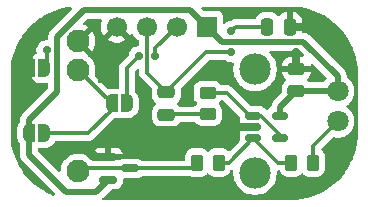
<source format=gbr>
%TF.GenerationSoftware,KiCad,Pcbnew,9.0.3*%
%TF.CreationDate,2025-07-12T05:08:50-07:00*%
%TF.ProjectId,biased-CV-input,62696173-6564-42d4-9356-2d696e707574,rev?*%
%TF.SameCoordinates,Original*%
%TF.FileFunction,Copper,L1,Top*%
%TF.FilePolarity,Positive*%
%FSLAX46Y46*%
G04 Gerber Fmt 4.6, Leading zero omitted, Abs format (unit mm)*
G04 Created by KiCad (PCBNEW 9.0.3) date 2025-07-12 05:08:50*
%MOMM*%
%LPD*%
G01*
G04 APERTURE LIST*
G04 Aperture macros list*
%AMRoundRect*
0 Rectangle with rounded corners*
0 $1 Rounding radius*
0 $2 $3 $4 $5 $6 $7 $8 $9 X,Y pos of 4 corners*
0 Add a 4 corners polygon primitive as box body*
4,1,4,$2,$3,$4,$5,$6,$7,$8,$9,$2,$3,0*
0 Add four circle primitives for the rounded corners*
1,1,$1+$1,$2,$3*
1,1,$1+$1,$4,$5*
1,1,$1+$1,$6,$7*
1,1,$1+$1,$8,$9*
0 Add four rect primitives between the rounded corners*
20,1,$1+$1,$2,$3,$4,$5,0*
20,1,$1+$1,$4,$5,$6,$7,0*
20,1,$1+$1,$6,$7,$8,$9,0*
20,1,$1+$1,$8,$9,$2,$3,0*%
%AMFreePoly0*
4,1,23,0.500000,-0.750000,0.000000,-0.750000,0.000000,-0.745722,-0.065263,-0.745722,-0.191342,-0.711940,-0.304381,-0.646677,-0.396677,-0.554381,-0.461940,-0.441342,-0.495722,-0.315263,-0.495722,-0.250000,-0.500000,-0.250000,-0.500000,0.250000,-0.495722,0.250000,-0.495722,0.315263,-0.461940,0.441342,-0.396677,0.554381,-0.304381,0.646677,-0.191342,0.711940,-0.065263,0.745722,0.000000,0.745722,
0.000000,0.750000,0.500000,0.750000,0.500000,-0.750000,0.500000,-0.750000,$1*%
%AMFreePoly1*
4,1,23,0.000000,0.745722,0.065263,0.745722,0.191342,0.711940,0.304381,0.646677,0.396677,0.554381,0.461940,0.441342,0.495722,0.315263,0.495722,0.250000,0.500000,0.250000,0.500000,-0.250000,0.495722,-0.250000,0.495722,-0.315263,0.461940,-0.441342,0.396677,-0.554381,0.304381,-0.646677,0.191342,-0.711940,0.065263,-0.745722,0.000000,-0.745722,0.000000,-0.750000,-0.500000,-0.750000,
-0.500000,0.750000,0.000000,0.750000,0.000000,0.745722,0.000000,0.745722,$1*%
G04 Aperture macros list end*
%TA.AperFunction,SMDPad,CuDef*%
%ADD10RoundRect,0.250000X0.250000X0.475000X-0.250000X0.475000X-0.250000X-0.475000X0.250000X-0.475000X0*%
%TD*%
%TA.AperFunction,ComponentPad*%
%ADD11R,1.700000X1.700000*%
%TD*%
%TA.AperFunction,ComponentPad*%
%ADD12C,1.700000*%
%TD*%
%TA.AperFunction,SMDPad,CuDef*%
%ADD13RoundRect,0.250000X0.475000X-0.250000X0.475000X0.250000X-0.475000X0.250000X-0.475000X-0.250000X0*%
%TD*%
%TA.AperFunction,SMDPad,CuDef*%
%ADD14RoundRect,0.250000X-0.262500X-0.450000X0.262500X-0.450000X0.262500X0.450000X-0.262500X0.450000X0*%
%TD*%
%TA.AperFunction,SMDPad,CuDef*%
%ADD15RoundRect,0.150000X-0.512500X-0.150000X0.512500X-0.150000X0.512500X0.150000X-0.512500X0.150000X0*%
%TD*%
%TA.AperFunction,SMDPad,CuDef*%
%ADD16RoundRect,0.250000X-0.475000X0.250000X-0.475000X-0.250000X0.475000X-0.250000X0.475000X0.250000X0*%
%TD*%
%TA.AperFunction,SMDPad,CuDef*%
%ADD17RoundRect,0.150000X-0.587500X-0.150000X0.587500X-0.150000X0.587500X0.150000X-0.587500X0.150000X0*%
%TD*%
%TA.AperFunction,SMDPad,CuDef*%
%ADD18RoundRect,0.250000X-0.450000X0.262500X-0.450000X-0.262500X0.450000X-0.262500X0.450000X0.262500X0*%
%TD*%
%TA.AperFunction,SMDPad,CuDef*%
%ADD19FreePoly0,180.000000*%
%TD*%
%TA.AperFunction,SMDPad,CuDef*%
%ADD20FreePoly1,180.000000*%
%TD*%
%TA.AperFunction,SMDPad,CuDef*%
%ADD21FreePoly0,0.000000*%
%TD*%
%TA.AperFunction,SMDPad,CuDef*%
%ADD22FreePoly1,0.000000*%
%TD*%
%TA.AperFunction,SMDPad,CuDef*%
%ADD23RoundRect,0.250000X0.262500X0.450000X-0.262500X0.450000X-0.262500X-0.450000X0.262500X-0.450000X0*%
%TD*%
%TA.AperFunction,ComponentPad*%
%ADD24C,1.930400*%
%TD*%
%TA.AperFunction,ComponentPad*%
%ADD25C,1.803400*%
%TD*%
%TA.AperFunction,ComponentPad*%
%ADD26C,2.667000*%
%TD*%
%TA.AperFunction,ViaPad*%
%ADD27C,0.700000*%
%TD*%
%TA.AperFunction,ViaPad*%
%ADD28C,0.600000*%
%TD*%
%TA.AperFunction,Conductor*%
%ADD29C,0.300000*%
%TD*%
%TA.AperFunction,Conductor*%
%ADD30C,0.500000*%
%TD*%
%TA.AperFunction,Conductor*%
%ADD31C,0.700000*%
%TD*%
G04 APERTURE END LIST*
D10*
%TO.P,C3,1*%
%TO.N,GND*%
X128950000Y-62000000D03*
%TO.P,C3,2*%
%TO.N,/CV*%
X127050000Y-62000000D03*
%TD*%
D11*
%TO.P,J2,1,Pin_1*%
%TO.N,+3.3V*%
X121920000Y-62000000D03*
D12*
%TO.P,J2,2,Pin_2*%
%TO.N,/JACK_DETECT*%
X119380000Y-62000000D03*
%TO.P,J2,3,Pin_3*%
%TO.N,/CV*%
X116840000Y-62000000D03*
%TO.P,J2,4,Pin_4*%
%TO.N,GND*%
X114300000Y-62000000D03*
%TD*%
D13*
%TO.P,C1,1*%
%TO.N,Net-(C1-Pad1)*%
X118500000Y-69450000D03*
%TO.P,C1,2*%
%TO.N,/CV*%
X118500000Y-67550000D03*
%TD*%
D14*
%TO.P,R2,1*%
%TO.N,Net-(D1-COM)*%
X121087500Y-73500000D03*
%TO.P,R2,2*%
%TO.N,Net-(U1-+)*%
X122912500Y-73500000D03*
%TD*%
D15*
%TO.P,U1,1*%
%TO.N,Net-(U1--)*%
X125862500Y-69550000D03*
%TO.P,U1,2,V-*%
%TO.N,GND*%
X125862500Y-70500000D03*
%TO.P,U1,3,+*%
%TO.N,Net-(U1-+)*%
X125862500Y-71450000D03*
%TO.P,U1,4,-*%
%TO.N,Net-(U1--)*%
X128137500Y-71450000D03*
%TO.P,U1,5,V+*%
%TO.N,+3.3V*%
X128137500Y-69550000D03*
%TD*%
D16*
%TO.P,C2,1*%
%TO.N,GND*%
X129500000Y-65550000D03*
%TO.P,C2,2*%
%TO.N,+3.3V*%
X129500000Y-67450000D03*
%TD*%
D17*
%TO.P,D1,1,A*%
%TO.N,GND*%
X113562500Y-73050000D03*
%TO.P,D1,2,K*%
%TO.N,+3.3V*%
X113562500Y-74950000D03*
%TO.P,D1,3,COM*%
%TO.N,Net-(D1-COM)*%
X115437500Y-74000000D03*
%TD*%
D18*
%TO.P,R3,1*%
%TO.N,Net-(U1--)*%
X122000000Y-67587500D03*
%TO.P,R3,2*%
%TO.N,Net-(C1-Pad1)*%
X122000000Y-69412500D03*
%TD*%
D19*
%TO.P,JP2,1,A*%
%TO.N,Net-(J1-SW)*%
X108150000Y-65500000D03*
D20*
%TO.P,JP2,2,B*%
%TO.N,GND*%
X106850000Y-65500000D03*
%TD*%
D21*
%TO.P,JP3,1,A*%
%TO.N,Net-(J1-SW)*%
X113850000Y-68500000D03*
D22*
%TO.P,JP3,2,B*%
%TO.N,/JACK_DETECT*%
X115150000Y-68500000D03*
%TD*%
D23*
%TO.P,R1,1*%
%TO.N,Net-(R1-Pad1)*%
X130912500Y-73500000D03*
%TO.P,R1,2*%
%TO.N,Net-(U1-+)*%
X129087500Y-73500000D03*
%TD*%
D19*
%TO.P,JP1,1,A*%
%TO.N,Net-(J1-SW)*%
X108150000Y-71000000D03*
D20*
%TO.P,JP1,2,B*%
%TO.N,+3.3V*%
X106850000Y-71000000D03*
%TD*%
D24*
%TO.P,J1,1,SIG*%
%TO.N,Net-(D1-COM)*%
X111000000Y-74207000D03*
%TO.P,J1,2,SHEILD*%
%TO.N,GND*%
X111000000Y-63234200D03*
%TO.P,J1,3,SW*%
%TO.N,Net-(J1-SW)*%
X111000000Y-65647200D03*
%TD*%
D25*
%TO.P,RV2,1,1*%
%TO.N,+3.3V*%
X133012243Y-67460163D03*
%TO.P,RV2,2,2*%
%TO.N,Net-(R1-Pad1)*%
X133012243Y-70000163D03*
%TO.P,RV2,3,3*%
%TO.N,GND*%
X133012243Y-72540163D03*
D26*
%TO.P,RV2,4*%
%TO.N,N/C*%
X126001843Y-65605963D03*
%TO.P,RV2,5*%
X126001843Y-74394363D03*
%TD*%
D27*
%TO.N,/CV*%
X124000000Y-62376000D03*
X124000000Y-64176000D03*
D28*
%TO.N,GND*%
X113500000Y-64000000D03*
D27*
X130500000Y-62000000D03*
D28*
X132500000Y-74500000D03*
X128500000Y-75500000D03*
X106500000Y-68000000D03*
X123500000Y-71500000D03*
X132500000Y-63000000D03*
D27*
X112000000Y-72500000D03*
D28*
X123500000Y-75500000D03*
D27*
X106500000Y-63500000D03*
D28*
X120500000Y-71500000D03*
X113000000Y-66500000D03*
X110000000Y-72000000D03*
X123000000Y-66000000D03*
X116500000Y-71500000D03*
X128000000Y-66500000D03*
X118500000Y-75500000D03*
X108500000Y-61500000D03*
D27*
X124500000Y-70500000D03*
X129500000Y-64176000D03*
%TO.N,Net-(J1-SW)*%
X108346832Y-64000000D03*
%TO.N,/JACK_DETECT*%
X116140000Y-64500000D03*
X117540000Y-64500000D03*
%TD*%
D29*
%TO.N,Net-(C1-Pad1)*%
X118537500Y-69412500D02*
X118500000Y-69450000D01*
X122000000Y-69412500D02*
X118537500Y-69412500D01*
%TO.N,/CV*%
X124000000Y-62376000D02*
X124376000Y-62000000D01*
X124376000Y-62000000D02*
X127050000Y-62000000D01*
X118500000Y-67550000D02*
X121874000Y-64176000D01*
X121874000Y-64176000D02*
X124000000Y-64176000D01*
X116840000Y-65890000D02*
X116840000Y-62000000D01*
X118500000Y-67550000D02*
X116840000Y-65890000D01*
D30*
%TO.N,+3.3V*%
X130103276Y-63276000D02*
X133012243Y-66184967D01*
X129500000Y-67450000D02*
X133002080Y-67450000D01*
X106850000Y-72850000D02*
X110000000Y-76000000D01*
X112512500Y-76000000D02*
X113562500Y-74950000D01*
X106850000Y-71000000D02*
X106850000Y-72850000D01*
X121920000Y-62000000D02*
X120519000Y-60599000D01*
X128137500Y-68812500D02*
X129500000Y-67450000D01*
X110000000Y-76000000D02*
X112512500Y-76000000D01*
X123196000Y-63276000D02*
X130103276Y-63276000D01*
X111490969Y-60599000D02*
X109246832Y-62843137D01*
X109246832Y-67500000D02*
X106850000Y-69896832D01*
X133002080Y-67450000D02*
X133012243Y-67460163D01*
X109246832Y-62843137D02*
X109246832Y-67500000D01*
X120519000Y-60599000D02*
X111490969Y-60599000D01*
X121920000Y-62000000D02*
X123196000Y-63276000D01*
X133012243Y-66184967D02*
X133012243Y-67460163D01*
X128137500Y-69550000D02*
X128137500Y-68812500D01*
X106850000Y-69896832D02*
X106850000Y-71000000D01*
D31*
%TO.N,GND*%
X129500000Y-65550000D02*
X129500000Y-64176000D01*
X106850000Y-63850000D02*
X106500000Y-63500000D01*
X125862500Y-70500000D02*
X124500000Y-70500000D01*
X113562500Y-73050000D02*
X112550000Y-73050000D01*
X112550000Y-73050000D02*
X112000000Y-72500000D01*
X106850000Y-65500000D02*
X106850000Y-63850000D01*
X128950000Y-62000000D02*
X130500000Y-62000000D01*
D29*
%TO.N,Net-(D1-COM)*%
X115437500Y-74000000D02*
X120587500Y-74000000D01*
X111207000Y-74000000D02*
X115437500Y-74000000D01*
X120587500Y-74000000D02*
X121087500Y-73500000D01*
X111000000Y-74207000D02*
X111207000Y-74000000D01*
%TO.N,Net-(J1-SW)*%
X111000000Y-65647200D02*
X113850000Y-68497200D01*
X108175800Y-71025800D02*
X108150000Y-71000000D01*
X108346832Y-65303168D02*
X108150000Y-65500000D01*
X108346832Y-64000000D02*
X108346832Y-65303168D01*
X113850000Y-69014914D02*
X111839114Y-71025800D01*
X111839114Y-71025800D02*
X108175800Y-71025800D01*
X113850000Y-68497200D02*
X113850000Y-68500000D01*
X113850000Y-68500000D02*
X113850000Y-69014914D01*
%TO.N,/JACK_DETECT*%
X117540000Y-64500000D02*
X117540000Y-63840000D01*
X117540000Y-63840000D02*
X119380000Y-62000000D01*
X115150000Y-68500000D02*
X115150000Y-65490000D01*
X115150000Y-65490000D02*
X116140000Y-64500000D01*
%TO.N,Net-(U1-+)*%
X127912500Y-73500000D02*
X125862500Y-71450000D01*
X122912500Y-73500000D02*
X123812500Y-73500000D01*
X123812500Y-73500000D02*
X125862500Y-71450000D01*
X129087500Y-73500000D02*
X127912500Y-73500000D01*
%TO.N,Net-(R1-Pad1)*%
X130912500Y-73500000D02*
X130912500Y-72099906D01*
X130912500Y-72099906D02*
X133012243Y-70000163D01*
%TO.N,Net-(U1--)*%
X126537499Y-69550000D02*
X125862500Y-69550000D01*
X125550000Y-69550000D02*
X123587500Y-67587500D01*
X128137500Y-71150001D02*
X126537499Y-69550000D01*
X125862500Y-69550000D02*
X125550000Y-69550000D01*
X128137500Y-71450000D02*
X128137500Y-71150001D01*
X123587500Y-67587500D02*
X122000000Y-67587500D01*
%TD*%
%TA.AperFunction,Conductor*%
%TO.N,GND*%
G36*
X129002443Y-60300596D02*
G01*
X129022528Y-60301385D01*
X129442304Y-60317878D01*
X129451999Y-60318640D01*
X129886780Y-60370099D01*
X129896376Y-60371620D01*
X130325764Y-60457031D01*
X130335195Y-60459295D01*
X130756553Y-60578130D01*
X130765787Y-60581130D01*
X131176534Y-60732663D01*
X131185528Y-60736389D01*
X131583092Y-60919667D01*
X131591768Y-60924088D01*
X131973734Y-61138000D01*
X131982036Y-61143087D01*
X132346031Y-61386301D01*
X132353905Y-61392022D01*
X132697711Y-61663056D01*
X132705102Y-61669369D01*
X133026583Y-61966543D01*
X133033456Y-61973416D01*
X133289128Y-62250000D01*
X133330625Y-62294891D01*
X133336945Y-62302291D01*
X133507321Y-62518412D01*
X133607975Y-62646091D01*
X133613698Y-62653968D01*
X133856912Y-63017963D01*
X133861999Y-63026265D01*
X134075911Y-63408231D01*
X134080332Y-63416907D01*
X134263610Y-63814471D01*
X134267336Y-63823465D01*
X134418865Y-64234199D01*
X134421873Y-64243460D01*
X134540699Y-64664787D01*
X134542972Y-64674254D01*
X134628377Y-65103613D01*
X134629901Y-65113230D01*
X134681358Y-65547995D01*
X134682121Y-65557700D01*
X134699404Y-65997555D01*
X134699500Y-66002424D01*
X134699500Y-70997575D01*
X134699404Y-71002444D01*
X134682121Y-71442299D01*
X134681358Y-71452004D01*
X134629901Y-71886769D01*
X134628377Y-71896386D01*
X134542972Y-72325745D01*
X134540699Y-72335212D01*
X134421873Y-72756539D01*
X134418865Y-72765800D01*
X134267336Y-73176534D01*
X134263610Y-73185528D01*
X134080332Y-73583092D01*
X134075911Y-73591768D01*
X133861999Y-73973734D01*
X133856912Y-73982036D01*
X133613698Y-74346031D01*
X133607975Y-74353908D01*
X133336948Y-74697705D01*
X133330625Y-74705108D01*
X133033462Y-75026577D01*
X133026577Y-75033462D01*
X132705108Y-75330625D01*
X132697705Y-75336948D01*
X132353908Y-75607975D01*
X132346031Y-75613698D01*
X131982036Y-75856912D01*
X131973734Y-75861999D01*
X131591768Y-76075911D01*
X131583092Y-76080332D01*
X131185528Y-76263610D01*
X131176534Y-76267336D01*
X130765800Y-76418865D01*
X130756539Y-76421873D01*
X130335212Y-76540699D01*
X130325745Y-76542972D01*
X129896386Y-76628377D01*
X129886769Y-76629901D01*
X129452004Y-76681358D01*
X129442299Y-76682121D01*
X129018672Y-76698766D01*
X129002442Y-76699404D01*
X128997575Y-76699500D01*
X113173731Y-76699500D01*
X113106692Y-76679815D01*
X113060937Y-76627011D01*
X113050993Y-76557853D01*
X113080018Y-76494297D01*
X113086050Y-76487819D01*
X113787048Y-75786819D01*
X113848371Y-75753334D01*
X113874729Y-75750500D01*
X114215686Y-75750500D01*
X114215694Y-75750500D01*
X114252569Y-75747598D01*
X114252571Y-75747597D01*
X114252573Y-75747597D01*
X114294191Y-75735505D01*
X114410398Y-75701744D01*
X114551865Y-75618081D01*
X114668081Y-75501865D01*
X114751744Y-75360398D01*
X114797598Y-75202569D01*
X114800500Y-75165694D01*
X114800500Y-74924500D01*
X114820185Y-74857461D01*
X114872989Y-74811706D01*
X114924500Y-74800500D01*
X116090686Y-74800500D01*
X116090694Y-74800500D01*
X116127569Y-74797598D01*
X116127571Y-74797597D01*
X116127573Y-74797597D01*
X116169191Y-74785505D01*
X116285398Y-74751744D01*
X116389805Y-74689998D01*
X116427395Y-74667768D01*
X116490516Y-74650500D01*
X120532993Y-74650500D01*
X120571997Y-74656794D01*
X120672203Y-74689999D01*
X120774991Y-74700500D01*
X121400008Y-74700499D01*
X121400016Y-74700498D01*
X121400019Y-74700498D01*
X121456302Y-74694748D01*
X121502797Y-74689999D01*
X121669334Y-74634814D01*
X121818656Y-74542712D01*
X121912319Y-74449049D01*
X121973642Y-74415564D01*
X122043334Y-74420548D01*
X122087681Y-74449049D01*
X122181344Y-74542712D01*
X122330666Y-74634814D01*
X122497203Y-74689999D01*
X122599991Y-74700500D01*
X123225008Y-74700499D01*
X123225016Y-74700498D01*
X123225019Y-74700498D01*
X123281302Y-74694748D01*
X123327797Y-74689999D01*
X123494334Y-74634814D01*
X123643656Y-74542712D01*
X123767712Y-74418656D01*
X123859814Y-74269334D01*
X123878080Y-74214208D01*
X123883939Y-74205745D01*
X123885957Y-74195648D01*
X123903488Y-74177509D01*
X123917850Y-74156766D01*
X123928650Y-74151476D01*
X123934515Y-74145409D01*
X123961764Y-74135259D01*
X123967369Y-74132514D01*
X123969447Y-74132024D01*
X124002244Y-74125501D01*
X124008942Y-74122726D01*
X124018705Y-74120428D01*
X124043959Y-74121802D01*
X124069110Y-74119093D01*
X124078258Y-74123670D01*
X124088471Y-74124226D01*
X124108973Y-74139036D01*
X124131596Y-74150354D01*
X124136817Y-74159149D01*
X124145109Y-74165139D01*
X124154350Y-74188684D01*
X124167262Y-74210434D01*
X124168046Y-74223578D01*
X124170637Y-74230178D01*
X124168945Y-74238643D01*
X124170060Y-74257312D01*
X124167844Y-74274143D01*
X124167843Y-74274162D01*
X124167843Y-74514563D01*
X124167844Y-74514580D01*
X124199067Y-74751745D01*
X124199223Y-74752926D01*
X124214973Y-74811706D01*
X124261448Y-74985152D01*
X124353447Y-75207257D01*
X124353452Y-75207268D01*
X124473651Y-75415457D01*
X124473662Y-75415473D01*
X124620008Y-75606196D01*
X124620014Y-75606203D01*
X124790002Y-75776191D01*
X124790009Y-75776197D01*
X124898733Y-75859623D01*
X124980741Y-75922550D01*
X124980748Y-75922554D01*
X125188937Y-76042753D01*
X125188942Y-76042755D01*
X125188945Y-76042757D01*
X125411058Y-76134759D01*
X125643280Y-76196983D01*
X125881636Y-76228363D01*
X125881643Y-76228363D01*
X126122043Y-76228363D01*
X126122050Y-76228363D01*
X126360406Y-76196983D01*
X126592628Y-76134759D01*
X126814741Y-76042757D01*
X127022945Y-75922550D01*
X127213678Y-75776196D01*
X127383676Y-75606198D01*
X127530030Y-75415465D01*
X127650237Y-75207261D01*
X127742239Y-74985148D01*
X127804463Y-74752926D01*
X127835843Y-74514570D01*
X127835843Y-74274500D01*
X127838393Y-74265814D01*
X127837105Y-74256853D01*
X127848083Y-74232812D01*
X127855528Y-74207461D01*
X127862368Y-74201533D01*
X127866130Y-74193297D01*
X127888364Y-74179007D01*
X127908332Y-74161706D01*
X127918846Y-74159418D01*
X127924908Y-74155523D01*
X127959843Y-74150500D01*
X128011267Y-74150500D01*
X128078306Y-74170185D01*
X128124061Y-74222989D01*
X128128972Y-74235494D01*
X128140184Y-74269328D01*
X128140187Y-74269336D01*
X128172888Y-74322353D01*
X128232288Y-74418656D01*
X128356344Y-74542712D01*
X128505666Y-74634814D01*
X128672203Y-74689999D01*
X128774991Y-74700500D01*
X129400008Y-74700499D01*
X129400016Y-74700498D01*
X129400019Y-74700498D01*
X129456302Y-74694748D01*
X129502797Y-74689999D01*
X129669334Y-74634814D01*
X129818656Y-74542712D01*
X129912319Y-74449049D01*
X129973642Y-74415564D01*
X130043334Y-74420548D01*
X130087681Y-74449049D01*
X130181344Y-74542712D01*
X130330666Y-74634814D01*
X130497203Y-74689999D01*
X130599991Y-74700500D01*
X131225008Y-74700499D01*
X131225016Y-74700498D01*
X131225019Y-74700498D01*
X131281302Y-74694748D01*
X131327797Y-74689999D01*
X131494334Y-74634814D01*
X131643656Y-74542712D01*
X131767712Y-74418656D01*
X131859814Y-74269334D01*
X131914999Y-74102797D01*
X131925500Y-74000009D01*
X131925499Y-72999992D01*
X131914999Y-72897203D01*
X131859814Y-72730666D01*
X131767712Y-72581344D01*
X131647040Y-72460672D01*
X131613555Y-72399349D01*
X131618539Y-72329657D01*
X131647036Y-72285315D01*
X132540061Y-71392289D01*
X132601382Y-71358806D01*
X132666058Y-71362041D01*
X132670446Y-71363466D01*
X132683894Y-71367836D01*
X132901887Y-71402363D01*
X132901888Y-71402363D01*
X133122598Y-71402363D01*
X133122599Y-71402363D01*
X133340592Y-71367836D01*
X133550501Y-71299633D01*
X133747156Y-71199432D01*
X133925715Y-71069701D01*
X134081781Y-70913635D01*
X134211512Y-70735076D01*
X134311713Y-70538421D01*
X134379916Y-70328512D01*
X134414443Y-70110519D01*
X134414443Y-69889807D01*
X134379916Y-69671814D01*
X134316478Y-69476569D01*
X134311714Y-69461907D01*
X134311713Y-69461904D01*
X134246694Y-69334298D01*
X134211512Y-69265250D01*
X134081781Y-69086691D01*
X133925715Y-68930625D01*
X133895331Y-68908550D01*
X133787879Y-68830481D01*
X133745213Y-68775151D01*
X133739234Y-68705538D01*
X133771840Y-68643743D01*
X133787879Y-68629845D01*
X133837778Y-68593591D01*
X133925715Y-68529701D01*
X134081781Y-68373635D01*
X134211512Y-68195076D01*
X134311713Y-67998421D01*
X134379916Y-67788512D01*
X134414443Y-67570519D01*
X134414443Y-67349807D01*
X134379916Y-67131814D01*
X134338880Y-67005517D01*
X134311714Y-66921907D01*
X134311713Y-66921904D01*
X134226925Y-66755500D01*
X134211512Y-66725250D01*
X134081781Y-66546691D01*
X133925715Y-66390625D01*
X133925714Y-66390624D01*
X133813856Y-66309353D01*
X133812898Y-66308111D01*
X133811436Y-66307549D01*
X133791640Y-66280543D01*
X133771191Y-66254023D01*
X133770758Y-66252054D01*
X133770130Y-66251197D01*
X133768397Y-66241310D01*
X133762976Y-66216635D01*
X133762743Y-66212840D01*
X133762743Y-66111049D01*
X133755339Y-66073829D01*
X133753702Y-66065600D01*
X133753702Y-66065595D01*
X133733903Y-65966062D01*
X133733902Y-65966055D01*
X133677327Y-65829473D01*
X133677327Y-65829472D01*
X133608303Y-65726170D01*
X133600522Y-65714525D01*
X133595197Y-65706554D01*
X133595195Y-65706552D01*
X130581697Y-62693052D01*
X130581696Y-62693051D01*
X130484035Y-62627797D01*
X130484035Y-62627796D01*
X130458771Y-62610916D01*
X130458766Y-62610913D01*
X130322193Y-62554343D01*
X130322183Y-62554340D01*
X130177196Y-62525500D01*
X130177194Y-62525500D01*
X130074000Y-62525500D01*
X130006961Y-62505815D01*
X129961206Y-62453011D01*
X129950000Y-62401500D01*
X129950000Y-62250000D01*
X129074000Y-62250000D01*
X129006961Y-62230315D01*
X128961206Y-62177511D01*
X128950000Y-62126000D01*
X128950000Y-62000000D01*
X128824000Y-62000000D01*
X128756961Y-61980315D01*
X128711206Y-61927511D01*
X128700000Y-61876000D01*
X128700000Y-61750000D01*
X129200000Y-61750000D01*
X129949999Y-61750000D01*
X129949999Y-61475028D01*
X129949998Y-61475013D01*
X129939505Y-61372302D01*
X129884358Y-61205880D01*
X129884356Y-61205875D01*
X129792315Y-61056654D01*
X129668345Y-60932684D01*
X129519124Y-60840643D01*
X129519119Y-60840641D01*
X129352697Y-60785494D01*
X129352690Y-60785493D01*
X129249986Y-60775000D01*
X129200000Y-60775000D01*
X129200000Y-61750000D01*
X128700000Y-61750000D01*
X128700000Y-60775000D01*
X128699999Y-60774999D01*
X128650029Y-60775000D01*
X128650011Y-60775001D01*
X128547302Y-60785494D01*
X128380880Y-60840641D01*
X128380875Y-60840643D01*
X128231654Y-60932684D01*
X128107683Y-61056655D01*
X128107679Y-61056660D01*
X128105826Y-61059665D01*
X128104018Y-61061290D01*
X128103202Y-61062323D01*
X128103025Y-61062183D01*
X128053874Y-61106385D01*
X127984911Y-61117601D01*
X127920831Y-61089752D01*
X127894753Y-61059653D01*
X127894737Y-61059628D01*
X127892712Y-61056344D01*
X127768656Y-60932288D01*
X127619334Y-60840186D01*
X127452797Y-60785001D01*
X127452795Y-60785000D01*
X127350010Y-60774500D01*
X126749998Y-60774500D01*
X126749980Y-60774501D01*
X126647203Y-60785000D01*
X126647200Y-60785001D01*
X126480668Y-60840185D01*
X126480663Y-60840187D01*
X126331342Y-60932289D01*
X126207289Y-61056342D01*
X126115187Y-61205663D01*
X126115186Y-61205666D01*
X126095689Y-61264505D01*
X126055916Y-61321949D01*
X125991400Y-61348772D01*
X125977983Y-61349500D01*
X124311929Y-61349500D01*
X124186261Y-61374497D01*
X124186255Y-61374499D01*
X124067870Y-61423535D01*
X123961331Y-61494722D01*
X123961319Y-61494732D01*
X123960698Y-61495354D01*
X123960292Y-61495575D01*
X123956615Y-61498593D01*
X123956042Y-61497895D01*
X123899372Y-61528833D01*
X123897218Y-61529281D01*
X123751923Y-61558182D01*
X123751917Y-61558184D01*
X123597140Y-61622295D01*
X123463389Y-61711664D01*
X123396712Y-61732541D01*
X123329332Y-61714056D01*
X123282642Y-61662077D01*
X123270499Y-61608561D01*
X123270499Y-61102129D01*
X123270498Y-61102123D01*
X123269168Y-61089752D01*
X123264091Y-61042517D01*
X123222978Y-60932288D01*
X123213797Y-60907671D01*
X123213793Y-60907664D01*
X123127547Y-60792455D01*
X123127544Y-60792452D01*
X123012335Y-60706206D01*
X123012328Y-60706202D01*
X122877482Y-60655908D01*
X122877483Y-60655908D01*
X122817883Y-60649501D01*
X122817881Y-60649500D01*
X122817873Y-60649500D01*
X122817865Y-60649500D01*
X121682230Y-60649500D01*
X121652789Y-60640855D01*
X121622803Y-60634332D01*
X121617787Y-60630577D01*
X121615191Y-60629815D01*
X121594549Y-60613181D01*
X121493549Y-60512181D01*
X121460064Y-60450858D01*
X121465048Y-60381166D01*
X121506920Y-60325233D01*
X121572384Y-60300816D01*
X121581230Y-60300500D01*
X128952405Y-60300500D01*
X128997575Y-60300500D01*
X129002443Y-60300596D01*
G37*
%TD.AperFunction*%
%TA.AperFunction,Conductor*%
G36*
X110445483Y-60350596D02*
G01*
X110497127Y-60397656D01*
X110515130Y-60465167D01*
X110493777Y-60531693D01*
X110478850Y-60549749D01*
X108663879Y-62364721D01*
X108663877Y-62364723D01*
X108630509Y-62414666D01*
X108630507Y-62414669D01*
X108581751Y-62487636D01*
X108581744Y-62487648D01*
X108525175Y-62624219D01*
X108525172Y-62624229D01*
X108496332Y-62769216D01*
X108496332Y-63025500D01*
X108476647Y-63092539D01*
X108423843Y-63138294D01*
X108372332Y-63149500D01*
X108263060Y-63149500D01*
X108098757Y-63182182D01*
X108098749Y-63182184D01*
X107943971Y-63246295D01*
X107804669Y-63339373D01*
X107686205Y-63457837D01*
X107593127Y-63597139D01*
X107529016Y-63751917D01*
X107529014Y-63751925D01*
X107496332Y-63916228D01*
X107496332Y-64083771D01*
X107510139Y-64153183D01*
X107503912Y-64222775D01*
X107461049Y-64277952D01*
X107440046Y-64290163D01*
X107440010Y-64290179D01*
X107318969Y-64367967D01*
X107318965Y-64367971D01*
X107224750Y-64476700D01*
X107224744Y-64476709D01*
X107164976Y-64607580D01*
X107164975Y-64607585D01*
X107144500Y-64749999D01*
X107144500Y-66250002D01*
X107149644Y-66321940D01*
X107172989Y-66401443D01*
X107187100Y-66449500D01*
X107190182Y-66459994D01*
X107267967Y-66581030D01*
X107267971Y-66581034D01*
X107336237Y-66640187D01*
X107376706Y-66675254D01*
X107417174Y-66693735D01*
X107507580Y-66735023D01*
X107507583Y-66735023D01*
X107507584Y-66735024D01*
X107650000Y-66755500D01*
X107650003Y-66755500D01*
X108215819Y-66755500D01*
X108215826Y-66755500D01*
X108346662Y-66738275D01*
X108346676Y-66738271D01*
X108348121Y-66737984D01*
X108348567Y-66738023D01*
X108350686Y-66737745D01*
X108350748Y-66738218D01*
X108417713Y-66744200D01*
X108472898Y-66787054D01*
X108496153Y-66852940D01*
X108496332Y-66859597D01*
X108496332Y-67137769D01*
X108476647Y-67204808D01*
X108460013Y-67225450D01*
X106267052Y-69418410D01*
X106267049Y-69418413D01*
X106228191Y-69476568D01*
X106228192Y-69476569D01*
X106184914Y-69541340D01*
X106128343Y-69677914D01*
X106128340Y-69677924D01*
X106099500Y-69822911D01*
X106099500Y-70034282D01*
X106079815Y-70101321D01*
X106073875Y-70109769D01*
X106012132Y-70190232D01*
X106012120Y-70190250D01*
X105946303Y-70304248D01*
X105946302Y-70304249D01*
X105895800Y-70426170D01*
X105861724Y-70553341D01*
X105844500Y-70684166D01*
X105844500Y-71315833D01*
X105861724Y-71446658D01*
X105895800Y-71573829D01*
X105946302Y-71695750D01*
X105946303Y-71695751D01*
X106012120Y-71809749D01*
X106012132Y-71809767D01*
X106073875Y-71890230D01*
X106099070Y-71955399D01*
X106099500Y-71965717D01*
X106099500Y-72923918D01*
X106099500Y-72923920D01*
X106099499Y-72923920D01*
X106128340Y-73068907D01*
X106128343Y-73068917D01*
X106184913Y-73205490D01*
X106184919Y-73205501D01*
X106199920Y-73227950D01*
X106199921Y-73227954D01*
X106199923Y-73227954D01*
X106248061Y-73300000D01*
X106267051Y-73328420D01*
X106267052Y-73328421D01*
X109029945Y-76091313D01*
X109034176Y-76099062D01*
X109041266Y-76104330D01*
X109050665Y-76129260D01*
X109063430Y-76152636D01*
X109062800Y-76161443D01*
X109065916Y-76169707D01*
X109060346Y-76195756D01*
X109058446Y-76222328D01*
X109053152Y-76229398D01*
X109051307Y-76238032D01*
X109032538Y-76256935D01*
X109016574Y-76278261D01*
X109008301Y-76281346D01*
X109002079Y-76287614D01*
X108976065Y-76293369D01*
X108951110Y-76302678D01*
X108940686Y-76301198D01*
X108933859Y-76302709D01*
X108899345Y-76295330D01*
X108823465Y-76267336D01*
X108814471Y-76263610D01*
X108416907Y-76080332D01*
X108408231Y-76075911D01*
X108026265Y-75861999D01*
X108017963Y-75856912D01*
X107653968Y-75613698D01*
X107646091Y-75607975D01*
X107401893Y-75415465D01*
X107302291Y-75336945D01*
X107294891Y-75330625D01*
X107207131Y-75249500D01*
X106973416Y-75033456D01*
X106966543Y-75026583D01*
X106669369Y-74705102D01*
X106663051Y-74697705D01*
X106656975Y-74689998D01*
X106392022Y-74353905D01*
X106386301Y-74346031D01*
X106338505Y-74274500D01*
X106255651Y-74150500D01*
X106143087Y-73982036D01*
X106138000Y-73973734D01*
X105924088Y-73591768D01*
X105919667Y-73583092D01*
X105736389Y-73185528D01*
X105732663Y-73176534D01*
X105581130Y-72765787D01*
X105578130Y-72756553D01*
X105459295Y-72335195D01*
X105457031Y-72325764D01*
X105371620Y-71896376D01*
X105370098Y-71886769D01*
X105366976Y-71860393D01*
X105318640Y-71451999D01*
X105317878Y-71442298D01*
X105314952Y-71367836D01*
X105300596Y-71002443D01*
X105300500Y-70997575D01*
X105300500Y-66002424D01*
X105300596Y-65997556D01*
X105307200Y-65829472D01*
X105317878Y-65557693D01*
X105318641Y-65547995D01*
X105370100Y-65113215D01*
X105371619Y-65103627D01*
X105457032Y-64674230D01*
X105459294Y-64664810D01*
X105578132Y-64243438D01*
X105581127Y-64234219D01*
X105732666Y-63823456D01*
X105736389Y-63814471D01*
X105798980Y-63678700D01*
X105919673Y-63416894D01*
X105924088Y-63408231D01*
X106138000Y-63026265D01*
X106143087Y-63017963D01*
X106145676Y-63014089D01*
X106386311Y-62653953D01*
X106392012Y-62646106D01*
X106663066Y-62302275D01*
X106669357Y-62294909D01*
X106966556Y-61973402D01*
X106973402Y-61966556D01*
X107294909Y-61669357D01*
X107302275Y-61663066D01*
X107646106Y-61392012D01*
X107653953Y-61386311D01*
X108017965Y-61143085D01*
X108026265Y-61138000D01*
X108408231Y-60924088D01*
X108416894Y-60919673D01*
X108814471Y-60736389D01*
X108823456Y-60732666D01*
X109234219Y-60581127D01*
X109243438Y-60578132D01*
X109664810Y-60459294D01*
X109674230Y-60457032D01*
X110103627Y-60371619D01*
X110113215Y-60370100D01*
X110376597Y-60338927D01*
X110445483Y-60350596D01*
G37*
%TD.AperFunction*%
%TA.AperFunction,Conductor*%
G36*
X116108834Y-65553626D02*
G01*
X116164767Y-65595498D01*
X116189184Y-65660962D01*
X116189500Y-65669808D01*
X116189500Y-65954069D01*
X116210314Y-66058705D01*
X116214499Y-66079744D01*
X116263535Y-66198127D01*
X116318603Y-66280543D01*
X116334726Y-66304673D01*
X116334727Y-66304674D01*
X117238181Y-67208127D01*
X117271666Y-67269450D01*
X117274500Y-67295808D01*
X117274500Y-67850001D01*
X117274501Y-67850019D01*
X117285000Y-67952796D01*
X117285001Y-67952799D01*
X117300118Y-67998418D01*
X117340186Y-68119334D01*
X117430795Y-68266236D01*
X117432289Y-68268657D01*
X117556346Y-68392714D01*
X117559182Y-68394463D01*
X117560717Y-68396170D01*
X117562011Y-68397193D01*
X117561836Y-68397414D01*
X117605905Y-68446411D01*
X117617126Y-68515374D01*
X117589282Y-68579456D01*
X117559182Y-68605537D01*
X117556346Y-68607285D01*
X117432289Y-68731342D01*
X117340187Y-68880663D01*
X117340185Y-68880668D01*
X117323085Y-68932273D01*
X117285001Y-69047203D01*
X117285001Y-69047204D01*
X117285000Y-69047204D01*
X117274500Y-69149983D01*
X117274500Y-69750001D01*
X117274501Y-69750019D01*
X117285000Y-69852796D01*
X117285001Y-69852799D01*
X117340185Y-70019331D01*
X117340187Y-70019336D01*
X117355459Y-70044096D01*
X117432288Y-70168656D01*
X117556344Y-70292712D01*
X117705666Y-70384814D01*
X117872203Y-70439999D01*
X117974991Y-70450500D01*
X119025008Y-70450499D01*
X119025016Y-70450498D01*
X119025019Y-70450498D01*
X119081302Y-70444748D01*
X119127797Y-70439999D01*
X119294334Y-70384814D01*
X119443656Y-70292712D01*
X119567712Y-70168656D01*
X119596549Y-70121902D01*
X119648497Y-70075179D01*
X119702088Y-70063000D01*
X120838332Y-70063000D01*
X120905371Y-70082685D01*
X120943870Y-70121903D01*
X120957285Y-70143652D01*
X120957288Y-70143656D01*
X121081344Y-70267712D01*
X121230666Y-70359814D01*
X121397203Y-70414999D01*
X121499991Y-70425500D01*
X122500008Y-70425499D01*
X122500016Y-70425498D01*
X122500019Y-70425498D01*
X122567408Y-70418614D01*
X122602797Y-70414999D01*
X122769334Y-70359814D01*
X122918656Y-70267712D01*
X123042712Y-70143656D01*
X123134814Y-69994334D01*
X123189999Y-69827797D01*
X123200500Y-69725009D01*
X123200499Y-69099992D01*
X123197826Y-69073829D01*
X123189999Y-68997203D01*
X123189998Y-68997200D01*
X123160622Y-68908550D01*
X123134814Y-68830666D01*
X123042712Y-68681344D01*
X122949049Y-68587681D01*
X122946201Y-68582465D01*
X122941272Y-68579144D01*
X122929646Y-68552148D01*
X122915564Y-68526358D01*
X122915987Y-68520431D01*
X122913637Y-68514972D01*
X122918451Y-68485978D01*
X122920548Y-68456666D01*
X122924360Y-68450396D01*
X122925083Y-68446046D01*
X122938423Y-68427271D01*
X122944806Y-68416777D01*
X122946862Y-68414505D01*
X123042712Y-68318656D01*
X123062105Y-68287214D01*
X123069744Y-68278777D01*
X123090224Y-68266236D01*
X123108078Y-68250178D01*
X123121391Y-68247152D01*
X123129331Y-68242291D01*
X123141609Y-68242558D01*
X123161668Y-68238000D01*
X123266692Y-68238000D01*
X123333731Y-68257685D01*
X123354373Y-68274319D01*
X124663181Y-69583127D01*
X124696666Y-69644450D01*
X124699500Y-69670808D01*
X124699500Y-69765701D01*
X124702401Y-69802567D01*
X124702402Y-69802573D01*
X124748254Y-69960393D01*
X124748256Y-69960399D01*
X124749426Y-69962377D01*
X124749869Y-69964126D01*
X124751353Y-69967554D01*
X124750799Y-69967793D01*
X124766603Y-70030102D01*
X124751249Y-70082395D01*
X124751817Y-70082641D01*
X124749827Y-70087239D01*
X124749428Y-70088599D01*
X124748722Y-70089791D01*
X124748716Y-70089806D01*
X124702900Y-70247505D01*
X124702899Y-70247511D01*
X124702704Y-70249998D01*
X124702705Y-70250000D01*
X124968185Y-70250000D01*
X125031306Y-70267268D01*
X125089602Y-70301744D01*
X125116050Y-70309428D01*
X125247426Y-70347597D01*
X125247429Y-70347597D01*
X125247431Y-70347598D01*
X125284306Y-70350500D01*
X125738500Y-70350500D01*
X125747185Y-70353050D01*
X125756147Y-70351762D01*
X125780187Y-70362740D01*
X125805539Y-70370185D01*
X125811466Y-70377025D01*
X125819703Y-70380787D01*
X125833992Y-70403021D01*
X125851294Y-70422989D01*
X125853581Y-70433503D01*
X125857477Y-70439565D01*
X125862500Y-70474500D01*
X125862500Y-70525500D01*
X125842815Y-70592539D01*
X125790011Y-70638294D01*
X125738500Y-70649500D01*
X125284298Y-70649500D01*
X125247432Y-70652401D01*
X125247426Y-70652402D01*
X125089606Y-70698254D01*
X125089603Y-70698255D01*
X125031306Y-70732732D01*
X124968185Y-70750000D01*
X124702705Y-70750000D01*
X124702704Y-70750001D01*
X124702899Y-70752488D01*
X124702900Y-70752494D01*
X124748715Y-70910190D01*
X124748720Y-70910203D01*
X124749427Y-70911398D01*
X124749695Y-70912454D01*
X124751816Y-70917356D01*
X124751024Y-70917698D01*
X124766603Y-70979123D01*
X124750993Y-71032284D01*
X124751355Y-71032441D01*
X124750087Y-71035369D01*
X124749427Y-71037620D01*
X124748259Y-71039594D01*
X124748254Y-71039607D01*
X124702402Y-71197426D01*
X124702401Y-71197432D01*
X124699500Y-71234298D01*
X124699500Y-71641691D01*
X124679815Y-71708730D01*
X124663181Y-71729372D01*
X123877141Y-72515411D01*
X123815818Y-72548896D01*
X123746126Y-72543912D01*
X123701779Y-72515411D01*
X123643657Y-72457289D01*
X123643656Y-72457288D01*
X123538045Y-72392147D01*
X123494336Y-72365187D01*
X123494331Y-72365185D01*
X123492862Y-72364698D01*
X123327797Y-72310001D01*
X123327795Y-72310000D01*
X123225010Y-72299500D01*
X122599998Y-72299500D01*
X122599980Y-72299501D01*
X122497203Y-72310000D01*
X122497200Y-72310001D01*
X122330668Y-72365185D01*
X122330663Y-72365187D01*
X122181342Y-72457289D01*
X122087681Y-72550951D01*
X122026358Y-72584436D01*
X121956666Y-72579452D01*
X121912319Y-72550951D01*
X121818657Y-72457289D01*
X121818656Y-72457288D01*
X121713045Y-72392147D01*
X121669336Y-72365187D01*
X121669331Y-72365185D01*
X121667862Y-72364698D01*
X121502797Y-72310001D01*
X121502795Y-72310000D01*
X121400010Y-72299500D01*
X120774998Y-72299500D01*
X120774980Y-72299501D01*
X120672203Y-72310000D01*
X120672200Y-72310001D01*
X120505668Y-72365185D01*
X120505663Y-72365187D01*
X120356342Y-72457289D01*
X120232289Y-72581342D01*
X120140187Y-72730663D01*
X120140185Y-72730668D01*
X120130054Y-72761242D01*
X120085001Y-72897203D01*
X120085001Y-72897204D01*
X120085000Y-72897204D01*
X120074500Y-72999983D01*
X120074500Y-73225500D01*
X120054815Y-73292539D01*
X120002011Y-73338294D01*
X119950500Y-73349500D01*
X116490516Y-73349500D01*
X116427395Y-73332232D01*
X116292001Y-73252161D01*
X116285398Y-73248256D01*
X116285397Y-73248255D01*
X116285396Y-73248255D01*
X116285393Y-73248254D01*
X116127573Y-73202402D01*
X116127567Y-73202401D01*
X116090701Y-73199500D01*
X116090694Y-73199500D01*
X114784306Y-73199500D01*
X114784298Y-73199500D01*
X114747432Y-73202401D01*
X114747426Y-73202402D01*
X114589606Y-73248254D01*
X114589603Y-73248255D01*
X114531306Y-73282732D01*
X114468185Y-73300000D01*
X112323992Y-73300000D01*
X112272330Y-73330900D01*
X112202497Y-73328653D01*
X112144964Y-73289009D01*
X112140931Y-73283761D01*
X112117973Y-73252161D01*
X111954839Y-73089027D01*
X111768194Y-72953421D01*
X111657859Y-72897203D01*
X111562637Y-72848685D01*
X111562636Y-72848684D01*
X111562633Y-72848683D01*
X111472264Y-72819320D01*
X111412798Y-72799998D01*
X112327704Y-72799998D01*
X112327705Y-72800000D01*
X113312500Y-72800000D01*
X113812500Y-72800000D01*
X114797295Y-72800000D01*
X114797295Y-72799998D01*
X114797100Y-72797513D01*
X114751281Y-72639801D01*
X114667685Y-72498447D01*
X114667678Y-72498438D01*
X114551561Y-72382321D01*
X114551552Y-72382314D01*
X114410196Y-72298717D01*
X114410193Y-72298716D01*
X114252495Y-72252900D01*
X114252489Y-72252899D01*
X114215649Y-72250000D01*
X113812500Y-72250000D01*
X113812500Y-72800000D01*
X113312500Y-72800000D01*
X113312500Y-72250000D01*
X112909350Y-72250000D01*
X112872510Y-72252899D01*
X112872504Y-72252900D01*
X112714806Y-72298716D01*
X112714803Y-72298717D01*
X112573447Y-72382314D01*
X112573438Y-72382321D01*
X112457321Y-72498438D01*
X112457314Y-72498447D01*
X112373718Y-72639801D01*
X112327899Y-72797513D01*
X112327704Y-72799998D01*
X111412798Y-72799998D01*
X111343219Y-72777390D01*
X111146508Y-72746234D01*
X111115353Y-72741300D01*
X110884647Y-72741300D01*
X110857239Y-72745641D01*
X110656780Y-72777390D01*
X110485805Y-72832944D01*
X110437367Y-72848683D01*
X110437364Y-72848684D01*
X110437362Y-72848685D01*
X110231805Y-72953421D01*
X110167698Y-72999998D01*
X110045161Y-73089027D01*
X110045159Y-73089029D01*
X110045158Y-73089029D01*
X109882029Y-73252158D01*
X109882029Y-73252159D01*
X109882027Y-73252161D01*
X109852691Y-73292539D01*
X109746421Y-73438805D01*
X109641685Y-73644362D01*
X109570390Y-73863780D01*
X109534300Y-74091647D01*
X109534300Y-74173570D01*
X109514615Y-74240609D01*
X109461811Y-74286364D01*
X109392653Y-74296308D01*
X109329097Y-74267283D01*
X109322619Y-74261251D01*
X107636819Y-72575451D01*
X107622115Y-72548523D01*
X107605523Y-72522705D01*
X107604631Y-72516504D01*
X107603334Y-72514128D01*
X107600500Y-72487770D01*
X107600500Y-72379500D01*
X107620185Y-72312461D01*
X107672989Y-72266706D01*
X107724500Y-72255500D01*
X108215819Y-72255500D01*
X108215826Y-72255500D01*
X108346662Y-72238275D01*
X108473829Y-72204200D01*
X108595743Y-72153701D01*
X108709757Y-72087875D01*
X108814449Y-72007541D01*
X108907541Y-71914449D01*
X108987875Y-71809757D01*
X109029131Y-71738300D01*
X109079698Y-71690084D01*
X109136518Y-71676300D01*
X111903185Y-71676300D01*
X111987729Y-71659482D01*
X112028858Y-71651301D01*
X112147241Y-71602265D01*
X112156733Y-71595922D01*
X112158673Y-71594627D01*
X112190946Y-71573062D01*
X112253783Y-71531077D01*
X113993041Y-69791819D01*
X114054364Y-69758334D01*
X114080722Y-69755500D01*
X114350000Y-69755500D01*
X114421940Y-69750355D01*
X114459259Y-69739396D01*
X114511841Y-69735636D01*
X114650000Y-69755500D01*
X114650003Y-69755500D01*
X115215819Y-69755500D01*
X115215826Y-69755500D01*
X115346662Y-69738275D01*
X115473829Y-69704200D01*
X115595743Y-69653701D01*
X115709757Y-69587875D01*
X115814449Y-69507541D01*
X115907541Y-69414449D01*
X115987875Y-69309757D01*
X116053701Y-69195743D01*
X116104200Y-69073829D01*
X116138275Y-68946662D01*
X116155500Y-68815826D01*
X116155500Y-68184174D01*
X116138275Y-68053338D01*
X116104200Y-67926171D01*
X116053701Y-67804257D01*
X116053698Y-67804252D01*
X116053697Y-67804249D01*
X116053696Y-67804248D01*
X115987879Y-67690250D01*
X115987875Y-67690243D01*
X115957340Y-67650450D01*
X115907544Y-67585555D01*
X115907541Y-67585551D01*
X115836819Y-67514829D01*
X115803334Y-67453506D01*
X115800500Y-67427148D01*
X115800500Y-65810808D01*
X115809144Y-65781367D01*
X115815668Y-65751381D01*
X115819422Y-65746365D01*
X115820185Y-65743769D01*
X115836819Y-65723127D01*
X115977819Y-65582127D01*
X116039142Y-65548642D01*
X116108834Y-65553626D01*
G37*
%TD.AperFunction*%
%TA.AperFunction,Conductor*%
G36*
X129808085Y-64046185D02*
G01*
X129828727Y-64062819D01*
X130104227Y-64338319D01*
X130137712Y-64399642D01*
X130132728Y-64469334D01*
X130090856Y-64525267D01*
X130025392Y-64549684D01*
X130016546Y-64550000D01*
X129750000Y-64550000D01*
X129750000Y-65300000D01*
X130724999Y-65300000D01*
X130724999Y-65258452D01*
X130744684Y-65191413D01*
X130797488Y-65145658D01*
X130866646Y-65135714D01*
X130930202Y-65164739D01*
X130936672Y-65170764D01*
X131013308Y-65247399D01*
X132039971Y-66274062D01*
X132073456Y-66335385D01*
X132068472Y-66405077D01*
X132039972Y-66449424D01*
X131942702Y-66546694D01*
X131868820Y-66648385D01*
X131813490Y-66691051D01*
X131768502Y-66699500D01*
X130587230Y-66699500D01*
X130559963Y-66691493D01*
X130531984Y-66686513D01*
X130524384Y-66681046D01*
X130520191Y-66679815D01*
X130502946Y-66666452D01*
X130501227Y-66664859D01*
X130443656Y-66607288D01*
X130430036Y-66598887D01*
X130421156Y-66590658D01*
X130409212Y-66570635D01*
X130393618Y-66553297D01*
X130391647Y-66541186D01*
X130385364Y-66530652D01*
X130386141Y-66507349D01*
X130382397Y-66484334D01*
X130387285Y-66473082D01*
X130387695Y-66460821D01*
X130400948Y-66441637D01*
X130410240Y-66420252D01*
X130423898Y-66408418D01*
X130427409Y-66403336D01*
X130431947Y-66401443D01*
X130440348Y-66394165D01*
X130443342Y-66392318D01*
X130567315Y-66268345D01*
X130659356Y-66119124D01*
X130659358Y-66119119D01*
X130714505Y-65952697D01*
X130714506Y-65952690D01*
X130724999Y-65849986D01*
X130725000Y-65849973D01*
X130725000Y-65800000D01*
X128275001Y-65800000D01*
X128275001Y-65849986D01*
X128285494Y-65952697D01*
X128340641Y-66119119D01*
X128340643Y-66119124D01*
X128432684Y-66268345D01*
X128556655Y-66392316D01*
X128556659Y-66392319D01*
X128559656Y-66394168D01*
X128561279Y-66395972D01*
X128562323Y-66396798D01*
X128562181Y-66396976D01*
X128606381Y-66446116D01*
X128617602Y-66515079D01*
X128589759Y-66579161D01*
X128559661Y-66605241D01*
X128556349Y-66607283D01*
X128556343Y-66607288D01*
X128432289Y-66731342D01*
X128340187Y-66880663D01*
X128340186Y-66880666D01*
X128285001Y-67047203D01*
X128285001Y-67047204D01*
X128285000Y-67047204D01*
X128274500Y-67149983D01*
X128274500Y-67562769D01*
X128254815Y-67629808D01*
X128238181Y-67650450D01*
X127554548Y-68334083D01*
X127532621Y-68366900D01*
X127510839Y-68399501D01*
X127499296Y-68416777D01*
X127472416Y-68457004D01*
X127472412Y-68457011D01*
X127415843Y-68593582D01*
X127415841Y-68593591D01*
X127387341Y-68736862D01*
X127354955Y-68798772D01*
X127328846Y-68819401D01*
X127223135Y-68881919D01*
X127223129Y-68881923D01*
X127106923Y-68998129D01*
X127102139Y-69004298D01*
X127100232Y-69002819D01*
X127095544Y-69012618D01*
X127075833Y-69024792D01*
X127058897Y-69040589D01*
X127046672Y-69042805D01*
X127036100Y-69049336D01*
X127012938Y-69048921D01*
X126990149Y-69053054D01*
X126976971Y-69048278D01*
X126966241Y-69048087D01*
X126934405Y-69032854D01*
X126921269Y-69024077D01*
X126898958Y-69003290D01*
X126898597Y-69003652D01*
X126893082Y-68998137D01*
X126893081Y-68998135D01*
X126776865Y-68881919D01*
X126774746Y-68880666D01*
X126665107Y-68815826D01*
X126635398Y-68798256D01*
X126635397Y-68798255D01*
X126635396Y-68798255D01*
X126635393Y-68798254D01*
X126477573Y-68752402D01*
X126477567Y-68752401D01*
X126440701Y-68749500D01*
X126440694Y-68749500D01*
X125720808Y-68749500D01*
X125653769Y-68729815D01*
X125633127Y-68713181D01*
X124002174Y-67082227D01*
X124002173Y-67082226D01*
X123994066Y-67076809D01*
X123895627Y-67011035D01*
X123882305Y-67005517D01*
X123777244Y-66961999D01*
X123777238Y-66961997D01*
X123651571Y-66937000D01*
X123651569Y-66937000D01*
X123161668Y-66937000D01*
X123094629Y-66917315D01*
X123056130Y-66878097D01*
X123042714Y-66856347D01*
X123042711Y-66856343D01*
X122918657Y-66732289D01*
X122918656Y-66732288D01*
X122769334Y-66640186D01*
X122602797Y-66585001D01*
X122602795Y-66585000D01*
X122500010Y-66574500D01*
X121499998Y-66574500D01*
X121499980Y-66574501D01*
X121397203Y-66585000D01*
X121397200Y-66585001D01*
X121230668Y-66640185D01*
X121230663Y-66640187D01*
X121081342Y-66732289D01*
X120957289Y-66856342D01*
X120865187Y-67005663D01*
X120865185Y-67005668D01*
X120839817Y-67082223D01*
X120810001Y-67172203D01*
X120810001Y-67172204D01*
X120810000Y-67172204D01*
X120799500Y-67274983D01*
X120799500Y-67900001D01*
X120799501Y-67900019D01*
X120810000Y-68002796D01*
X120810001Y-68002799D01*
X120848618Y-68119336D01*
X120865186Y-68169334D01*
X120941284Y-68292710D01*
X120957289Y-68318657D01*
X121050951Y-68412319D01*
X121053798Y-68417534D01*
X121058728Y-68420856D01*
X121070353Y-68447851D01*
X121084436Y-68473642D01*
X121084012Y-68479568D01*
X121086363Y-68485028D01*
X121081548Y-68514021D01*
X121079452Y-68543334D01*
X121075639Y-68549603D01*
X121074917Y-68553954D01*
X121061576Y-68572728D01*
X121055194Y-68583223D01*
X121053137Y-68585494D01*
X120957288Y-68681344D01*
X120937894Y-68712785D01*
X120930256Y-68721223D01*
X120909775Y-68733763D01*
X120891922Y-68749822D01*
X120878608Y-68752847D01*
X120870669Y-68757709D01*
X120858390Y-68757441D01*
X120838332Y-68762000D01*
X119649730Y-68762000D01*
X119582691Y-68742315D01*
X119562049Y-68725681D01*
X119443658Y-68607290D01*
X119443656Y-68607288D01*
X119440819Y-68605538D01*
X119439283Y-68603830D01*
X119437989Y-68602807D01*
X119438163Y-68602585D01*
X119394096Y-68553594D01*
X119382872Y-68484632D01*
X119410713Y-68420549D01*
X119440817Y-68394462D01*
X119443656Y-68392712D01*
X119567712Y-68268656D01*
X119659814Y-68119334D01*
X119714999Y-67952797D01*
X119725500Y-67850009D01*
X119725499Y-67295806D01*
X119745183Y-67228768D01*
X119761813Y-67208131D01*
X122107127Y-64862819D01*
X122168450Y-64829334D01*
X122194808Y-64826500D01*
X123405068Y-64826500D01*
X123472107Y-64846185D01*
X123473959Y-64847398D01*
X123597137Y-64929703D01*
X123751918Y-64993816D01*
X123915700Y-65026394D01*
X123916228Y-65026499D01*
X123916232Y-65026500D01*
X123916233Y-65026500D01*
X124083762Y-65026500D01*
X124083767Y-65026500D01*
X124083771Y-65026499D01*
X124084837Y-65026394D01*
X124085396Y-65026500D01*
X124089859Y-65026500D01*
X124089859Y-65027345D01*
X124153484Y-65039407D01*
X124204198Y-65087468D01*
X124220878Y-65155318D01*
X124216776Y-65181888D01*
X124199223Y-65247399D01*
X124199223Y-65247400D01*
X124167844Y-65485745D01*
X124167843Y-65485762D01*
X124167843Y-65726170D01*
X124199222Y-65964522D01*
X124261448Y-66196752D01*
X124353447Y-66418857D01*
X124353452Y-66418868D01*
X124473651Y-66627057D01*
X124473662Y-66627073D01*
X124620008Y-66817796D01*
X124620014Y-66817803D01*
X124790002Y-66987791D01*
X124790009Y-66987797D01*
X124813299Y-67005668D01*
X124980741Y-67134150D01*
X124980748Y-67134154D01*
X125188937Y-67254353D01*
X125188942Y-67254355D01*
X125188945Y-67254357D01*
X125411058Y-67346359D01*
X125643280Y-67408583D01*
X125881636Y-67439963D01*
X125881643Y-67439963D01*
X126122043Y-67439963D01*
X126122050Y-67439963D01*
X126360406Y-67408583D01*
X126592628Y-67346359D01*
X126814741Y-67254357D01*
X127022945Y-67134150D01*
X127213678Y-66987796D01*
X127383676Y-66817798D01*
X127530030Y-66627065D01*
X127650237Y-66418861D01*
X127742239Y-66196748D01*
X127804463Y-65964526D01*
X127835843Y-65726170D01*
X127835843Y-65485756D01*
X127804807Y-65250013D01*
X128275000Y-65250013D01*
X128275000Y-65300000D01*
X129250000Y-65300000D01*
X129250000Y-64550000D01*
X128975029Y-64550000D01*
X128975012Y-64550001D01*
X128872302Y-64560494D01*
X128705880Y-64615641D01*
X128705875Y-64615643D01*
X128556654Y-64707684D01*
X128432684Y-64831654D01*
X128340643Y-64980875D01*
X128340641Y-64980880D01*
X128285494Y-65147302D01*
X128285493Y-65147309D01*
X128275000Y-65250013D01*
X127804807Y-65250013D01*
X127804463Y-65247400D01*
X127742239Y-65015178D01*
X127650237Y-64793065D01*
X127650235Y-64793062D01*
X127650233Y-64793057D01*
X127530034Y-64584868D01*
X127530030Y-64584861D01*
X127447040Y-64476706D01*
X127383677Y-64394129D01*
X127383671Y-64394122D01*
X127227730Y-64238181D01*
X127194245Y-64176858D01*
X127199229Y-64107166D01*
X127241101Y-64051233D01*
X127306565Y-64026816D01*
X127315411Y-64026500D01*
X129741046Y-64026500D01*
X129808085Y-64046185D01*
G37*
%TD.AperFunction*%
%TA.AperFunction,Conductor*%
G36*
X112988254Y-61369185D02*
G01*
X113034009Y-61421989D01*
X113043953Y-61491147D01*
X113039146Y-61511818D01*
X112983242Y-61683869D01*
X112983242Y-61683872D01*
X112950000Y-61893753D01*
X112950000Y-62106246D01*
X112983242Y-62316127D01*
X112983242Y-62316130D01*
X113048904Y-62518217D01*
X113145375Y-62707550D01*
X113184728Y-62761716D01*
X113817036Y-62129407D01*
X113834075Y-62192993D01*
X113899901Y-62307007D01*
X113992993Y-62400099D01*
X114107007Y-62465925D01*
X114170590Y-62482962D01*
X113538282Y-63115269D01*
X113538282Y-63115270D01*
X113592449Y-63154624D01*
X113781782Y-63251095D01*
X113983870Y-63316757D01*
X114193754Y-63350000D01*
X114406246Y-63350000D01*
X114616127Y-63316757D01*
X114616130Y-63316757D01*
X114818217Y-63251095D01*
X115007554Y-63154622D01*
X115061716Y-63115270D01*
X115061717Y-63115270D01*
X114429408Y-62482962D01*
X114492993Y-62465925D01*
X114607007Y-62400099D01*
X114700099Y-62307007D01*
X114765925Y-62192993D01*
X114782962Y-62129409D01*
X115415270Y-62761717D01*
X115415270Y-62761716D01*
X115454622Y-62707555D01*
X115459232Y-62698507D01*
X115507205Y-62647709D01*
X115575025Y-62630912D01*
X115641161Y-62653447D01*
X115680204Y-62698504D01*
X115684949Y-62707817D01*
X115809890Y-62879786D01*
X115809896Y-62879792D01*
X115960208Y-63030104D01*
X116132184Y-63155051D01*
X116132188Y-63155053D01*
X116136126Y-63157914D01*
X116135146Y-63159262D01*
X116177160Y-63205690D01*
X116189500Y-63259617D01*
X116189500Y-63525500D01*
X116169815Y-63592539D01*
X116117011Y-63638294D01*
X116065500Y-63649500D01*
X116056228Y-63649500D01*
X115891925Y-63682182D01*
X115891917Y-63682184D01*
X115737139Y-63746295D01*
X115597837Y-63839373D01*
X115479373Y-63957837D01*
X115386295Y-64097139D01*
X115322184Y-64251917D01*
X115322182Y-64251923D01*
X115293281Y-64397219D01*
X115260896Y-64459130D01*
X115259345Y-64460708D01*
X114644727Y-65075325D01*
X114644726Y-65075326D01*
X114587733Y-65160625D01*
X114587732Y-65160625D01*
X114573536Y-65181870D01*
X114573534Y-65181874D01*
X114524499Y-65300255D01*
X114524497Y-65300261D01*
X114499500Y-65425928D01*
X114499500Y-67122891D01*
X114479815Y-67189930D01*
X114427011Y-67235685D01*
X114357857Y-67245629D01*
X114350008Y-67244500D01*
X114350000Y-67244500D01*
X113784174Y-67244500D01*
X113784166Y-67244500D01*
X113667875Y-67259811D01*
X113653338Y-67261725D01*
X113653335Y-67261725D01*
X113653323Y-67261728D01*
X113628740Y-67268315D01*
X113558890Y-67266652D01*
X113508967Y-67236221D01*
X112442521Y-66169775D01*
X112409036Y-66108452D01*
X112412271Y-66043775D01*
X112429609Y-65990419D01*
X112465700Y-65762553D01*
X112465700Y-65531847D01*
X112436977Y-65350499D01*
X112429609Y-65303980D01*
X112393033Y-65191413D01*
X112358317Y-65084567D01*
X112253579Y-64879006D01*
X112117973Y-64692361D01*
X111954839Y-64529227D01*
X111899115Y-64488741D01*
X111885672Y-64471307D01*
X111884614Y-64472366D01*
X111084094Y-63671847D01*
X111171571Y-63648408D01*
X111272930Y-63589889D01*
X111355689Y-63507130D01*
X111414208Y-63405771D01*
X111437647Y-63318295D01*
X112197744Y-64078392D01*
X112197744Y-64078391D01*
X112253151Y-64002130D01*
X112253155Y-64002124D01*
X112357852Y-63796646D01*
X112429122Y-63577302D01*
X112465200Y-63349519D01*
X112465200Y-63118881D01*
X112460215Y-63087410D01*
X112460215Y-63087409D01*
X112429122Y-62891097D01*
X112357852Y-62671753D01*
X112253151Y-62466267D01*
X112197744Y-62390007D01*
X112197744Y-62390006D01*
X111437647Y-63150104D01*
X111414208Y-63062629D01*
X111355689Y-62961270D01*
X111272930Y-62878511D01*
X111171571Y-62819992D01*
X111084093Y-62796552D01*
X111844192Y-62036454D01*
X111844191Y-62036453D01*
X111767935Y-61981050D01*
X111562442Y-61876345D01*
X111537927Y-61868380D01*
X111480252Y-61828942D01*
X111453055Y-61764583D01*
X111464971Y-61695737D01*
X111488558Y-61662778D01*
X111765520Y-61385816D01*
X111826841Y-61352334D01*
X111853199Y-61349500D01*
X112921215Y-61349500D01*
X112988254Y-61369185D01*
G37*
%TD.AperFunction*%
%TD*%
M02*

</source>
